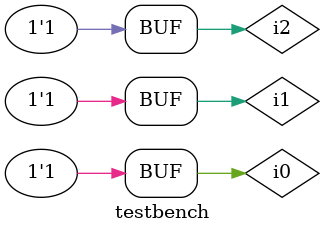
<source format=v>
module testbench();
    reg i0, i1, i2;
    wire out_even, out_odd;

    parrity_odev ag(out_odd, out_even, i0, i1, i2);

    initial begin
        i0 = 1'b0; i1 = 1'b0; i2 = 1'b0;
        #20; i0 = 1'b0; i1 = 1'b0; i2 = 1'b1;
        #20; i0 = 1'b0; i1 = 1'b1; i2 = 1'b0;
        #20; i0 = 1'b0; i1 = 1'b1; i2 = 1'b1;
        #20; i0 = 1'b1; i1 = 1'b0; i2 = 1'b0;
        #20; i0 = 1'b1; i1 = 1'b0; i2 = 1'b1;
        #20; i0 = 1'b1; i1 = 1'b1; i2 = 1'b0;
        #20; i0 = 1'b1; i1 = 1'b1; i2 = 1'b1;
    end
endmodule
</source>
